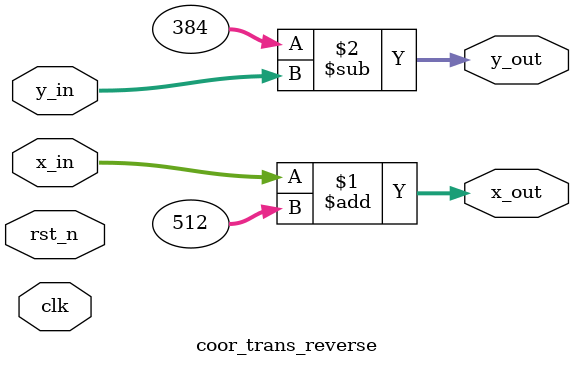
<source format=v>
module coor_trans_reverse(	// file.cleaned.mlir:2:3
  input         clk,	// file.cleaned.mlir:2:36
                rst_n,	// file.cleaned.mlir:2:50
  input  [31:0] x_in,	// file.cleaned.mlir:2:66
                y_in,	// file.cleaned.mlir:2:82
  output [31:0] x_out,	// file.cleaned.mlir:2:99
                y_out	// file.cleaned.mlir:2:116
);

  assign x_out = x_in + 32'h200;	// file.cleaned.mlir:4:17, :5:10, :7:5
  assign y_out = 32'h180 - y_in;	// file.cleaned.mlir:3:17, :6:10, :7:5
endmodule


</source>
